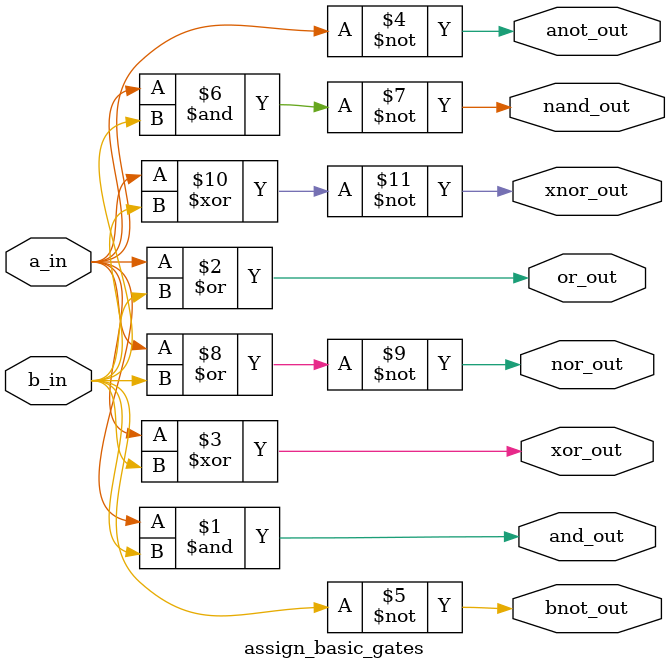
<source format=v>
`timescale 1ns / 1ps

module assign_basic_gates(input a_in,
                          input b_in,
                        output and_out, 
                        output or_out,
                        output xor_out,
                        output anot_out, 
                        output bnot_out,
                        output nand_out, 
                        output nor_out,
                        output xnor_out);
    assign and_out=a_in & b_in;
    assign or_out=a_in | b_in;
    assign xor_out=a_in ^ b_in;
    assign anot_out=~a_in;    
    assign bnot_out=~b_in;
    assign nand_out=~(a_in&b_in);
    assign nor_out=~(a_in|b_in);
    assign xnor_out=~(a_in^b_in);

endmodule

</source>
